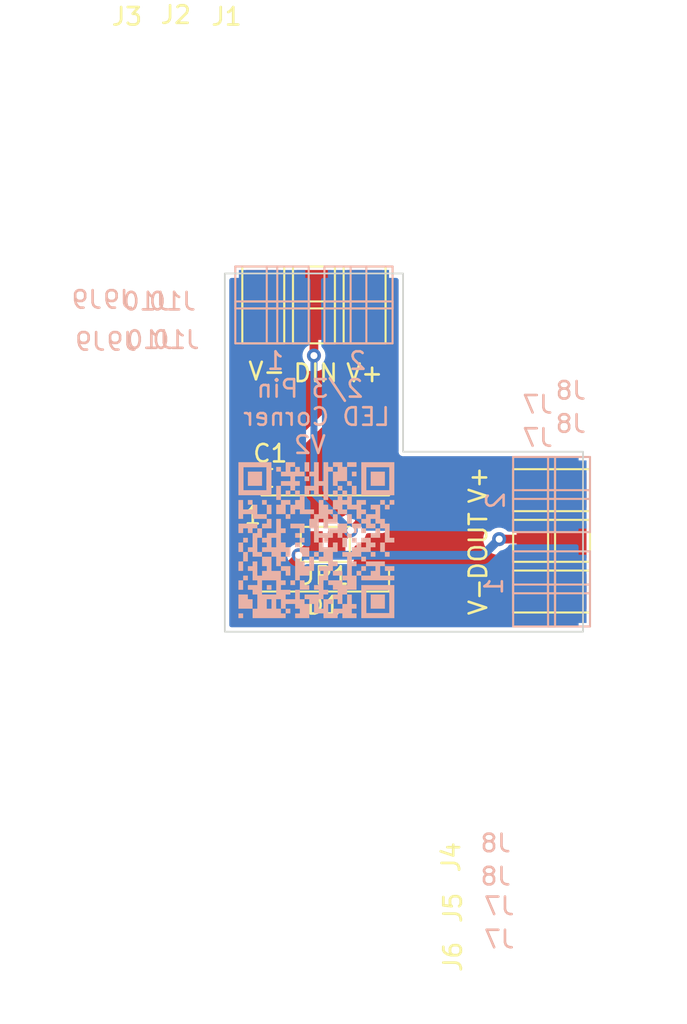
<source format=kicad_pcb>
(kicad_pcb (version 20211014) (generator pcbnew)
  (layers (0 "F.Cu" signal) (31 "B.Cu" signal) (34 "B.Paste" user) (35 "F.Paste" user) (36 "B.SilkS" user "B.Silkscreen") (37 "F.SilkS" user "F.Silkscreen") (38 "B.Mask" user) (39 "F.Mask" user) (44 "Edge.Cuts" user))
  (net 0 "")
  (net 1 "GND")
  (net 2 "Net-(D1-Pad4)")
  (net 3 "Net-(D1-Pad2)")
  (net 4 "VCC")
  (net 5 "/2pin1")
  (net 6 "/2pin2")
  (footprint "TestPoint:TestPoint_Pad_2.0x2.0mm" (layer "F.Cu") (at 147.5 105.3 180)
    (fp_text reference "J1" (at 7.9 15.5 180) (layer "F.SilkS"))
    (fp_text value "Conn_01x01_Male")
    (fp_line (start 1.2 -1.2) (end 1.2 1.2) (layer "F.SilkS") (width 0.12))
    (fp_line (start -1.2 -1.2) (end 1.2 -1.2) (layer "F.SilkS") (width 0.12))
    (fp_line (start 1.2 1.2) (end -1.2 1.2) (layer "F.SilkS") (width 0.12))
    (fp_line (start -1.2 1.2) (end -1.2 -1.2) (layer "F.SilkS") (width 0.12))
    (pad "1" smd rect locked (at 0 0 180) (size 2 2) (layers "F.Cu" "F.Mask") (net 4 "VCC"))
  )
  (footprint "LED_SMD:LED_WS2812B_PLCC4_5.0x5.0mm_P3.2mm" (layer "F.Cu") (at 145.25 119.95)
    (fp_text reference "D1" (at -0.1 3.55) (layer "F.SilkS"))
    (fp_text value "WS2812B")
    (fp_text user "1" (at -4.15 -1.6) (layer "F.SilkS"))
    (fp_line (start -3.65 2.75) (end 3.65 2.75) (layer "F.SilkS") (width 0.12))
    (fp_line (start 3.65 2.75) (end 3.65 1.6) (layer "F.SilkS") (width 0.12))
    (fp_line (start -3.65 -2.75) (end 3.65 -2.75) (layer "F.SilkS") (width 0.12))
    (pad "1" smd rect locked (at -2.45 -1.6) (size 1.5 1) (layers "F.Cu" "F.Paste" "F.Mask") (net 4 "VCC"))
    (pad "2" smd rect locked (at -2.45 1.6) (size 1.5 1) (layers "F.Cu" "F.Paste" "F.Mask") (net 3 "Net-(D1-Pad2)"))
    (pad "3" smd rect locked (at 2.45 1.6) (size 1.5 1) (layers "F.Cu" "F.Paste" "F.Mask") (net 1 "GND"))
    (pad "4" smd rect locked (at 2.45 -1.6) (size 1.5 1) (layers "F.Cu" "F.Paste" "F.Mask") (net 2 "Net-(D1-Pad4)"))
  )
  (footprint "TestPoint:TestPoint_Pad_2.0x2.0mm" (layer "F.Cu") (at 159.2 122.7 90)
    (fp_text reference "J6" (at -20.9 -6.65 90) (layer "F.SilkS"))
    (fp_text value "Conn_01x01_Male")
    (fp_line (start 1.2 1.2) (end -1.2 1.2) (layer "F.SilkS") (width 0.12))
    (fp_line (start -1.2 1.2) (end -1.2 -1.2) (layer "F.SilkS") (width 0.12))
    (fp_line (start 1.2 -1.2) (end 1.2 1.2) (layer "F.SilkS") (width 0.12))
    (fp_line (start -1.2 -1.2) (end 1.2 -1.2) (layer "F.SilkS") (width 0.12))
    (pad "1" smd rect locked (at 0 0 90) (size 2 2) (layers "F.Cu" "F.Mask") (net 1 "GND"))
  )
  (footprint "TestPoint:TestPoint_Pad_2.0x2.0mm" (layer "F.Cu") (at 144.6 105.3 180)
    (fp_text reference "J2" (at 7.9 15.6 180) (layer "F.SilkS"))
    (fp_text value "Conn_01x01_Male")
    (fp_line (start -1.2 -1.2) (end 1.2 -1.2) (layer "F.SilkS") (width 0.12))
    (fp_line (start 1.2 1.2) (end -1.2 1.2) (layer "F.SilkS") (width 0.12))
    (fp_line (start -1.2 1.2) (end -1.2 -1.2) (layer "F.SilkS") (width 0.12))
    (fp_line (start 1.2 -1.2) (end 1.2 1.2) (layer "F.SilkS") (width 0.12))
    (pad "1" smd rect locked (at 0 0 180) (size 2 2) (layers "F.Cu" "F.Mask") (net 2 "Net-(D1-Pad4)"))
  )
  (footprint "TestPoint:TestPoint_Pad_2.0x2.0mm" (layer "F.Cu") (at 157.2 122.7 90)
    (fp_text reference "J6" (at -20.9 -4.65 90) (layer "F.SilkS"))
    (fp_text value "Conn_01x01_Male")
    (fp_line (start -1.2 1.2) (end -1.2 -1.2) (layer "F.SilkS") (width 0.12))
    (fp_line (start 1.2 1.2) (end -1.2 1.2) (layer "F.SilkS") (width 0.12))
    (fp_line (start 1.2 -1.2) (end 1.2 1.2) (layer "F.SilkS") (width 0.12))
    (fp_line (start -1.2 -1.2) (end 1.2 -1.2) (layer "F.SilkS") (width 0.12))
    (pad "1" smd rect locked (at 0 0 90) (size 2 2) (layers "F.Cu" "F.Mask") (net 1 "GND"))
  )
  (footprint "TestPoint:TestPoint_Pad_2.0x2.0mm" (layer "F.Cu") (at 141.7 107.3 180)
    (fp_text reference "J3" (at 7.8 17.5 180) (layer "F.SilkS"))
    (fp_text value "Conn_01x01_Male")
    (fp_line (start 1.2 1.2) (end -1.2 1.2) (layer "F.SilkS") (width 0.12))
    (fp_line (start -1.2 1.2) (end -1.2 -1.2) (layer "F.SilkS") (width 0.12))
    (fp_line (start 1.2 -1.2) (end 1.2 1.2) (layer "F.SilkS") (width 0.12))
    (fp_line (start -1.2 -1.2) (end 1.2 -1.2) (layer "F.SilkS") (width 0.12))
    (pad "1" smd rect locked (at 0 0 180) (size 2 2) (layers "F.Cu" "F.Mask") (net 1 "GND"))
  )
  (footprint "TestPoint:TestPoint_Pad_2.0x2.0mm" (layer "F.Cu") (at 144.6 107.3 180)
    (fp_text reference "J2" (at 7.9 17.6 180) (layer "F.SilkS"))
    (fp_text value "Conn_01x01_Male")
    (fp_line (start 1.2 1.2) (end -1.2 1.2) (layer "F.SilkS") (width 0.12))
    (fp_line (start 1.2 -1.2) (end 1.2 1.2) (layer "F.SilkS") (width 0.12))
    (fp_line (start -1.2 1.2) (end -1.2 -1.2) (layer "F.SilkS") (width 0.12))
    (fp_line (start -1.2 -1.2) (end 1.2 -1.2) (layer "F.SilkS") (width 0.12))
    (pad "1" smd rect locked (at 0 0 180) (size 2 2) (layers "F.Cu" "F.Mask") (net 2 "Net-(D1-Pad4)"))
  )
  (footprint "TestPoint:TestPoint_Pad_2.0x2.0mm" (layer "F.Cu") (at 147.5 107.3 180)
    (fp_text reference "J1" (at 7.9 17.5 180) (layer "F.SilkS"))
    (fp_text value "Conn_01x01_Male")
    (fp_line (start -1.2 -1.2) (end 1.2 -1.2) (layer "F.SilkS") (width 0.12))
    (fp_line (start -1.2 1.2) (end -1.2 -1.2) (layer "F.SilkS") (width 0.12))
    (fp_line (start 1.2 1.2) (end -1.2 1.2) (layer "F.SilkS") (width 0.12))
    (fp_line (start 1.2 -1.2) (end 1.2 1.2) (layer "F.SilkS") (width 0.12))
    (pad "1" smd rect locked (at 0 0 180) (size 2 2) (layers "F.Cu" "F.Mask") (net 4 "VCC"))
  )
  (footprint "TestPoint:TestPoint_Pad_2.0x2.0mm" (layer "F.Cu") (at 157.2 119.8 90)
    (fp_text reference "J5" (at -21 -4.65 90) (layer "F.SilkS"))
    (fp_text value "Conn_01x01_Male")
    (fp_line (start -1.2 -1.2) (end 1.2 -1.2) (layer "F.SilkS") (width 0.12))
    (fp_line (start 1.2 1.2) (end -1.2 1.2) (layer "F.SilkS") (width 0.12))
    (fp_line (start 1.2 -1.2) (end 1.2 1.2) (layer "F.SilkS") (width 0.12))
    (fp_line (start -1.2 1.2) (end -1.2 -1.2) (layer "F.SilkS") (width 0.12))
    (pad "1" smd rect locked (at 0 0 90) (size 2 2) (layers "F.Cu" "F.Mask") (net 3 "Net-(D1-Pad2)"))
  )
  (footprint "TestPoint:TestPoint_Pad_2.0x2.0mm" (layer "F.Cu") (at 159.2 119.8 90)
    (fp_text reference "J5" (at -21 -6.65 90) (layer "F.SilkS"))
    (fp_text value "Conn_01x01_Male")
    (fp_line (start 1.2 1.2) (end -1.2 1.2) (layer "F.SilkS") (width 0.12))
    (fp_line (start -1.2 1.2) (end -1.2 -1.2) (layer "F.SilkS") (width 0.12))
    (fp_line (start -1.2 -1.2) (end 1.2 -1.2) (layer "F.SilkS") (width 0.12))
    (fp_line (start 1.2 -1.2) (end 1.2 1.2) (layer "F.SilkS") (width 0.12))
    (pad "1" smd rect locked (at 0 0 90) (size 2 2) (layers "F.Cu" "F.Mask") (net 3 "Net-(D1-Pad2)"))
  )
  (footprint "TestPoint:TestPoint_Pad_2.0x2.0mm" (layer "F.Cu") (at 159.2 116.9 90)
    (fp_text reference "J4" (at -21 -6.75 90) (layer "F.SilkS"))
    (fp_text value "Conn_01x01_Male")
    (fp_line (start 1.2 -1.2) (end 1.2 1.2) (layer "F.SilkS") (width 0.12))
    (fp_line (start -1.2 -1.2) (end 1.2 -1.2) (layer "F.SilkS") (width 0.12))
    (fp_line (start -1.2 1.2) (end -1.2 -1.2) (layer "F.SilkS") (width 0.12))
    (fp_line (start 1.2 1.2) (end -1.2 1.2) (layer "F.SilkS") (width 0.12))
    (pad "1" smd rect locked (at 0 0 90) (size 2 2) (layers "F.Cu" "F.Mask") (net 4 "VCC"))
  )
  (footprint "TestPoint:TestPoint_Pad_2.0x2.0mm" (layer "F.Cu") (at 141.7 105.3 180)
    (fp_text reference "J3" (at 7.8 15.5 180) (layer "F.SilkS"))
    (fp_text value "Conn_01x01_Male")
    (fp_line (start 1.2 1.2) (end -1.2 1.2) (layer "F.SilkS") (width 0.12))
    (fp_line (start -1.2 1.2) (end -1.2 -1.2) (layer "F.SilkS") (width 0.12))
    (fp_line (start 1.2 -1.2) (end 1.2 1.2) (layer "F.SilkS") (width 0.12))
    (fp_line (start -1.2 -1.2) (end 1.2 -1.2) (layer "F.SilkS") (width 0.12))
    (pad "1" smd rect locked (at 0 0 180) (size 2 2) (layers "F.Cu" "F.Mask") (net 1 "GND"))
  )
  (footprint "TestPoint:TestPoint_Pad_2.0x2.0mm" (layer "F.Cu") (at 157.2 116.9 90)
    (fp_text reference "J4" (at -21 -4.75 90) (layer "F.SilkS"))
    (fp_text value "Conn_01x01_Male")
    (fp_line (start -1.2 -1.2) (end 1.2 -1.2) (layer "F.SilkS") (width 0.12))
    (fp_line (start 1.2 1.2) (end -1.2 1.2) (layer "F.SilkS") (width 0.12))
    (fp_line (start 1.2 -1.2) (end 1.2 1.2) (layer "F.SilkS") (width 0.12))
    (fp_line (start -1.2 1.2) (end -1.2 -1.2) (layer "F.SilkS") (width 0.12))
    (pad "1" smd rect locked (at 0 0 90) (size 2 2) (layers "F.Cu" "F.Mask") (net 4 "VCC"))
  )
  (footprint "Capacitor_SMD:C_0603_1608Metric" (layer "F.Cu") (at 142.075 116.2 180)
    (fp_text reference "C1" (at -0.025 1.4) (layer "F.SilkS"))
    (fp_text value "C")
    (fp_line (start -0.14058 -0.51) (end 0.14058 -0.51) (layer "F.SilkS") (width 0.12))
    (fp_line (start -0.14058 0.51) (end 0.14058 0.51) (layer "F.SilkS") (width 0.12))
    (pad "1" smd roundrect locked (at -0.775 0 180) (size 0.9 0.95) (layers "F.Cu" "F.Paste" "F.Mask") (net 4 "VCC"))
    (pad "2" smd roundrect locked (at 0.775 0 180) (size 0.9 0.95) (layers "F.Cu" "F.Paste" "F.Mask") (net 1 "GND"))
  )
  (footprint "Jumper:SolderJumper-2_P1.3mm_Open_Pad1.0x1.5mm" (layer "F.Cu") (at 145.25 120 180)
    (fp_text reference "JP1" (at 0 -1.8) (layer "F.SilkS"))
    (fp_text value "Jumper_2_Open")
    (fp_line (start 1.4 -1) (end 1.4 1) (layer "F.SilkS") (width 0.12))
    (fp_line (start -1.4 1) (end -1.4 -1) (layer "F.SilkS") (width 0.12))
    (fp_line (start -1.4 -1) (end 1.4 -1) (layer "F.SilkS") (width 0.12))
    (fp_line (start 1.4 1) (end -1.4 1) (layer "F.SilkS") (width 0.12))
    (pad "1" smd rect locked (at -0.65 0 180) (size 1 1.5) (layers "F.Cu" "F.Mask") (net 2 "Net-(D1-Pad4)"))
    (pad "2" smd rect locked (at 0.65 0 180) (size 1 1.5) (layers "F.Cu" "F.Mask") (net 3 "Net-(D1-Pad2)"))
  )
  (footprint "TestPoint:TestPoint_Pad_2.0x2.0mm" (layer "B.Cu") (at 146.4 105.3 180)
    (fp_text reference "J10" (at 11.4 -0.8) (layer "B.SilkS") (effects (justify mirror)))
    (fp_text value "Conn_01x01_Male")
    (fp_line (start -1.2 1.2) (end 1.2 1.2) (layer "B.SilkS") (width 0.12))
    (fp_line (start 1.2 -1.2) (end -1.2 -1.2) (layer "B.SilkS") (width 0.12))
    (fp_line (start 1.2 1.2) (end 1.2 -1.2) (layer "B.SilkS") (width 0.12))
    (fp_line (start -1.2 -1.2) (end -1.2 1.2) (layer "B.SilkS") (width 0.12))
    (pad "1" smd rect (at 0 0 180) (size 2 2) (layers "B.Cu" "B.Mask") (net 6 "/2pin2"))
  )
  (footprint "TestPoint:TestPoint_Pad_2.0x2.0mm" (layer "B.Cu") (at 147.9 105.3 180)
    (fp_text reference "J10" (at 11.4 -0.8) (layer "B.SilkS") (effects (justify mirror)))
    (fp_text value "Conn_01x01_Male")
    (fp_line (start -1.2 1.2) (end 1.2 1.2) (layer "B.SilkS") (width 0.12))
    (fp_line (start 1.2 -1.2) (end -1.2 -1.2) (layer "B.SilkS") (width 0.12))
    (fp_line (start 1.2 1.2) (end 1.2 -1.2) (layer "B.SilkS") (width 0.12))
    (fp_line (start -1.2 -1.2) (end -1.2 1.2) (layer "B.SilkS") (width 0.12))
    (pad "1" smd rect (at 0 0 180) (size 2 2) (layers "B.Cu" "B.Mask") (net 6 "/2pin2"))
  )
  (footprint "TestPoint:TestPoint_Pad_2.0x2.0mm" (layer "B.Cu") (at 143.1 107.3 180)
    (fp_text reference "J9" (at 9.5 -1.1) (layer "B.SilkS") (effects (justify mirror)))
    (fp_text value "Conn_01x01_Male")
    (fp_line (start -1.2 -1.2) (end -1.2 1.2) (layer "B.SilkS") (width 0.12))
    (fp_line (start 1.2 -1.2) (end -1.2 -1.2) (layer "B.SilkS") (width 0.12))
    (fp_line (start 1.2 1.2) (end 1.2 -1.2) (layer "B.SilkS") (width 0.12))
    (fp_line (start -1.2 1.2) (end 1.2 1.2) (layer "B.SilkS") (width 0.12))
    (pad "1" smd rect (at 0 0 180) (size 2 2) (layers "B.Cu" "B.Mask") (net 5 "/2pin1"))
  )
  (footprint "TestPoint:TestPoint_Pad_2.0x2.0mm" (layer "B.Cu") (at 157.2 116.2 180)
    (fp_text reference "J8" (at 2.2 -20.9) (layer "B.SilkS") (effects (justify mirror)))
    (fp_text value "Conn_01x01_Male")
    (fp_line (start -1.2 -1.2) (end -1.2 1.2) (layer "B.SilkS") (width 0.12))
    (fp_line (start 1.2 -1.2) (end -1.2 -1.2) (layer "B.SilkS") (width 0.12))
    (fp_line (start -1.2 1.2) (end 1.2 1.2) (layer "B.SilkS") (width 0.12))
    (fp_line (start 1.2 1.2) (end 1.2 -1.2) (layer "B.SilkS") (width 0.12))
    (pad "1" smd rect (at 0 0 180) (size 2 2) (layers "B.Cu" "B.Mask") (net 6 "/2pin2"))
  )
  (footprint "TestPoint:TestPoint_Pad_2.0x2.0mm" (layer "B.Cu") (at 146.4 107.3 180)
    (fp_text reference "J10" (at 11.2 -1) (layer "B.SilkS") (effects (justify mirror)))
    (fp_text value "Conn_01x01_Male")
    (fp_line (start -1.2 -1.2) (end -1.2 1.2) (layer "B.SilkS") (width 0.12))
    (fp_line (start -1.2 1.2) (end 1.2 1.2) (layer "B.SilkS") (width 0.12))
    (fp_line (start 1.2 -1.2) (end -1.2 -1.2) (layer "B.SilkS") (width 0.12))
    (fp_line (start 1.2 1.2) (end 1.2 -1.2) (layer "B.SilkS") (width 0.12))
    (pad "1" smd rect (at 0 0 180) (size 2 2) (layers "B.Cu" "B.Mask") (net 6 "/2pin2"))
  )
  (footprint "TestPoint:TestPoint_Pad_2.0x2.0mm" (layer "B.Cu") (at 157.2 121.6 180)
    (fp_text reference "J7" (at 2 -19.1) (layer "B.SilkS") (effects (justify mirror)))
    (fp_text value "Conn_01x01_Male")
    (fp_line (start -1.2 1.2) (end 1.2 1.2) (layer "B.SilkS") (width 0.12))
    (fp_line (start 1.2 -1.2) (end -1.2 -1.2) (layer "B.SilkS") (width 0.12))
    (fp_line (start -1.2 -1.2) (end -1.2 1.2) (layer "B.SilkS") (width 0.12))
    (fp_line (start 1.2 1.2) (end 1.2 -1.2) (layer "B.SilkS") (width 0.12))
    (pad "1" smd rect (at 0 0 180) (size 2 2) (layers "B.Cu" "B.Mask") (net 5 "/2pin1"))
  )
  (footprint "TestPoint:TestPoint_Pad_2.0x2.0mm" (layer "B.Cu") (at 159.2 123.5 180)
    (fp_text reference "J7" (at 1.8 9.6) (layer "B.SilkS") (effects (justify mirror)))
    (fp_text value "Conn_01x01_Male")
    (fp_line (start 1.2 -1.2) (end -1.2 -1.2) (layer "B.SilkS") (width 0.12))
    (fp_line (start -1.2 -1.2) (end -1.2 1.2) (layer "B.SilkS") (width 0.12))
    (fp_line (start -1.2 1.2) (end 1.2 1.2) (layer "B.SilkS") (width 0.12))
    (fp_line (start 1.2 1.2) (end 1.2 -1.2) (layer "B.SilkS") (width 0.12))
    (pad "1" smd rect (at 0 0 180) (size 2 2) (layers "B.Cu" "B.Mask") (net 5 "/2pin1"))
  )
  (footprint "TestPoint:TestPoint_Pad_2.0x2.0mm" (layer "B.Cu") (at 147.9 107.3 180)
    (fp_text reference "J10" (at 11.2 -1) (layer "B.SilkS") (effects (justify mirror)))
    (fp_text value "Conn_01x01_Male")
    (fp_line (start -1.2 -1.2) (end -1.2 1.2) (layer "B.SilkS") (width 0.12))
    (fp_line (start -1.2 1.2) (end 1.2 1.2) (layer "B.SilkS") (width 0.12))
    (fp_line (start 1.2 -1.2) (end -1.2 -1.2) (layer "B.SilkS") (width 0.12))
    (fp_line (start 1.2 1.2) (end 1.2 -1.2) (layer "B.SilkS") (width 0.12))
    (pad "1" smd rect (at 0 0 180) (size 2 2) (layers "B.Cu" "B.Mask") (net 6 "/2pin2"))
  )
  (footprint "TestPoint:TestPoint_Pad_2.0x2.0mm" (layer "B.Cu") (at 159.2 118.1 180)
    (fp_text reference "J8" (at -0.1 5) (layer "B.SilkS") (effects (justify mirror)))
    (fp_text value "Conn_01x01_Male")
    (fp_line (start 1.2 1.2) (end 1.2 -1.2) (layer "B.SilkS") (width 0.12))
    (fp_line (start 1.2 -1.2) (end -1.2 -1.2) (layer "B.SilkS") (width 0.12))
    (fp_line (start -1.2 -1.2) (end -1.2 1.2) (layer "B.SilkS") (width 0.12))
    (fp_line (start -1.2 1.2) (end 1.2 1.2) (layer "B.SilkS") (width 0.12))
    (pad "1" smd rect (at 0 0 180) (size 2 2) (layers "B.Cu" "B.Mask") (net 6 "/2pin2"))
  )
  (footprint "TestPoint:TestPoint_Pad_2.0x2.0mm" (layer "B.Cu") (at 157.2 123.5 180)
    (fp_text reference "J7" (at 2 -19.1) (layer "B.SilkS") (effects (justify mirror)))
    (fp_text value "Conn_01x01_Male")
    (fp_line (start 1.2 1.2) (end 1.2 -1.2) (layer "B.SilkS") (width 0.12))
    (fp_line (start 1.2 -1.2) (end -1.2 -1.2) (layer "B.SilkS") (width 0.12))
    (fp_line (start -1.2 1.2) (end 1.2 1.2) (layer "B.SilkS") (width 0.12))
    (fp_line (start -1.2 -1.2) (end -1.2 1.2) (layer "B.SilkS") (width 0.12))
    (pad "1" smd rect (at 0 0 180) (size 2 2) (layers "B.Cu" "B.Mask") (net 5 "/2pin1"))
  )
  (footprint "TestPoint:TestPoint_Pad_2.0x2.0mm" (layer "B.Cu") (at 141.3 105.3 180)
    (fp_text reference "J9" (at 9.7 -0.7) (layer "B.SilkS") (effects (justify mirror)))
    (fp_text value "Conn_01x01_Male")
    (fp_line (start 1.2 -1.2) (end -1.2 -1.2) (layer "B.SilkS") (width 0.12))
    (fp_line (start -1.2 -1.2) (end -1.2 1.2) (layer "B.SilkS") (width 0.12))
    (fp_line (start 1.2 1.2) (end 1.2 -1.2) (layer "B.SilkS") (width 0.12))
    (fp_line (start -1.2 1.2) (end 1.2 1.2) (layer "B.SilkS") (width 0.12))
    (pad "1" smd rect (at 0 0 180) (size 2 2) (layers "B.Cu" "B.Mask") (net 5 "/2pin1"))
  )
  (footprint "TestPoint:TestPoint_Pad_2.0x2.0mm" (layer "B.Cu") (at 141.3 107.3 180)
    (fp_text reference "J9" (at 9.5 -1.1) (layer "B.SilkS") (effects (justify mirror)))
    (fp_text value "Conn_01x01_Male")
    (fp_line (start -1.2 -1.2) (end -1.2 1.2) (layer "B.SilkS") (width 0.12))
    (fp_line (start 1.2 -1.2) (end -1.2 -1.2) (layer "B.SilkS") (width 0.12))
    (fp_line (start 1.2 1.2) (end 1.2 -1.2) (layer "B.SilkS") (width 0.12))
    (fp_line (start -1.2 1.2) (end 1.2 1.2) (layer "B.SilkS") (width 0.12))
    (pad "1" smd rect (at 0 0 180) (size 2 2) (layers "B.Cu" "B.Mask") (net 5 "/2pin1"))
  )
  (footprint "LOGO" (layer "B.Cu") (at 144.75 119.75 180)
    (fp_text reference "G***" hide)
    (fp_text value "LOGO" hide)
    (fp_poly (pts (xy 4.472564 -1.768223) (xy 4.20213 -1.768223) (xy 4.20213 -1.227355) (xy 4.472564 -1.227355)) (layer "B.SilkS") (width 0) (fill solid))
    (fp_poly (pts (xy -1.476986 2.558722) (xy -1.74742 2.558722) (xy -1.74742 2.829156) (xy -1.476986 2.829156)) (layer "B.SilkS") (width 0) (fill solid))
    (fp_poly (pts (xy -1.74742 4.181326) (xy -2.288288 4.181326) (xy -2.288288 4.45176) (xy -1.74742 4.45176)) (layer "B.SilkS") (width 0) (fill solid))
    (fp_poly (pts (xy -3.640458 -0.686487) (xy -3.910892 -0.686487) (xy -3.910892 -0.145619) (xy -3.640458 -0.145619)) (layer "B.SilkS") (width 0) (fill solid))
    (fp_poly (pts (xy 1.227355 0.124815) (xy 0.956921 0.124815) (xy 0.956921 0.395249) (xy 1.227355 0.395249)) (layer "B.SilkS") (width 0) (fill solid))
    (fp_poly (pts (xy 3.931696 2.017854) (xy 3.661262 2.017854) (xy 3.661262 2.288288) (xy 3.931696 2.288288)) (layer "B.SilkS") (width 0) (fill solid))
    (fp_poly (pts (xy -2.017854 3.640458) (xy -2.288288 3.640458) (xy -2.288288 3.910892) (xy -2.017854 3.910892)) (layer "B.SilkS") (width 0) (fill solid))
    (fp_poly (pts (xy 4.20213 -1.227355) (xy 3.931696 -1.227355) (xy 3.931696 -0.686487) (xy 4.20213 -0.686487)) (layer "B.SilkS") (width 0) (fill solid))
    (fp_poly (pts (xy -2.017854 -0.145619) (xy -2.288288 -0.145619) (xy -2.288288 0.124815) (xy -2.017854 0.124815)) (layer "B.SilkS") (width 0) (fill solid))
    (fp_poly (pts (xy -3.910892 -0.956921) (xy -4.181326 -0.956921) (xy -4.181326 -0.686487) (xy -3.910892 -0.686487)) (layer "B.SilkS") (width 0) (fill solid))
    (fp_poly (pts (xy -1.74742 0.936117) (xy -2.017854 0.936117) (xy -2.017854 1.476986) (xy -1.74742 1.476986)) (layer "B.SilkS") (width 0) (fill solid))
    (fp_poly (pts (xy -1.74742 0.124815) (xy -2.017854 0.124815) (xy -2.017854 0.395249) (xy -1.74742 0.395249)) (layer "B.SilkS") (width 0) (fill solid))
    (fp_poly (pts (xy -3.910892 1.74742) (xy -4.181326 1.74742) (xy -4.181326 2.017854) (xy -3.910892 2.017854)) (layer "B.SilkS") (width 0) (fill solid))
    (fp_poly (pts (xy 2.84996 1.476986) (xy 2.579525 1.476986) (xy 2.579525 2.017854) (xy 2.84996 2.017854)) (layer "B.SilkS") (width 0) (fill solid))
    (fp_poly (pts (xy -3.09959 -0.956921) (xy -3.370024 -0.956921) (xy -3.370024 -0.686487) (xy -3.09959 -0.686487)) (layer "B.SilkS") (width 0) (fill solid))
    (fp_poly (pts (xy 4.472564 -2.84996) (xy 4.20213 -2.84996) (xy 4.20213 -2.309091) (xy 4.472564 -2.309091)) (layer "B.SilkS") (width 0) (fill solid))
    (fp_poly (pts (xy -3.640458 2.017854) (xy -3.910892 2.017854) (xy -3.910892 2.288288) (xy -3.640458 2.288288)) (layer "B.SilkS") (width 0) (fill solid))
    (fp_poly (pts (xy 1.227355 -0.416053) (xy 0.956921 -0.416053) (xy 0.956921 -0.145619) (xy 1.227355 -0.145619)) (layer "B.SilkS") (width 0) (fill solid))
    (fp_poly (pts (xy 4.472564 -4.472564) (xy 4.20213 -4.472564) (xy 4.20213 -4.20213) (xy 4.472564 -4.20213)) (layer "B.SilkS") (width 0) (fill solid))
    (fp_poly (pts (xy 1.497789 0.665683) (xy 0.956921 0.665683) (xy 0.956921 0.395249) (xy 0.686487 0.395249) (xy 0.686487 0.936117) (xy 1.497789 0.936117)) (layer "B.SilkS") (width 0) (fill solid))
    (fp_poly (pts (xy 4.472564 2.558722) (xy 2.579525 2.558722) (xy 2.579525 2.849959) (xy 2.870762 2.849959) (xy 4.181327 2.849959) (xy 4.181327 4.160524) (xy 2.870762 4.160524) (xy 2.870762 2.849959) (xy 2.579525 2.849959) (xy 2.579525 4.45176) (xy 4.472564 4.45176)) (layer "B.SilkS") (width 0) (fill solid))
    (fp_poly (pts (xy 1.768223 2.558722) (xy 1.497789 2.558722) (xy 1.497789 2.829156) (xy 1.768223 2.829156)) (layer "B.SilkS") (width 0) (fill solid))
    (fp_poly (pts (xy -2.558722 -1.768223) (xy -2.829156 -1.768223) (xy -2.829156 -1.497789) (xy -2.558722 -1.497789)) (layer "B.SilkS") (width 0) (fill solid))
    (fp_poly (pts (xy -1.206552 2.829156) (xy -1.476986 2.829156) (xy -1.476986 3.09959) (xy -1.206552 3.09959)) (layer "B.SilkS") (width 0) (fill solid))
    (fp_poly (pts (xy 4.472564 -3.931696) (xy 3.661262 -3.931696) (xy 3.661262 -3.390828) (xy 3.931696 -3.390828) (xy 3.931696 -3.120394) (xy 4.472564 -3.120394)) (layer "B.SilkS") (width 0) (fill solid))
    (fp_poly (pts (xy 1.497789 -2.579525) (xy 1.227355 -2.579525) (xy 1.227355 -2.309091) (xy 1.497789 -2.309091)) (layer "B.SilkS") (width 0) (fill solid))
    (fp_poly (pts (xy -0.936117 2.558722) (xy -1.206552 2.558722) (xy -1.206552 2.829156) (xy -0.936117 2.829156)) (layer "B.SilkS") (width 0) (fill solid))
    (fp_poly (pts (xy 4.472564 1.206552) (xy 4.20213 1.206552) (xy 4.20213 1.476986) (xy 3.661262 1.476986) (xy 3.661262 1.206552) (xy 2.84996 1.206552) (xy 2.84996 1.476986) (xy 3.390828 1.476986) (xy 3.390828 2.017854) (xy 3.661262 2.017854) (xy 3.661262 1.74742) (xy 4.20213 1.74742) (xy 4.20213 2.288288) (xy 4.472564 2.288288)) (layer "B.SilkS") (width 0) (fill solid))
    (fp_poly (pts (xy -0.936117 -2.038657) (xy -1.476986 -2.038657) (xy -1.476986 -1.768223) (xy -0.936117 -1.768223)) (layer "B.SilkS") (width 0) (fill solid))
    (fp_poly (pts (xy -2.558722 -4.472564) (xy -4.45176 -4.472564) (xy -4.45176 -4.181327) (xy -4.160524 -4.181327) (xy -2.849959 -4.181327) (xy -2.849959 -2.870762) (xy -4.160524 -2.870762) (xy -4.160524 -4.181327) (xy -4.45176 -4.181327) (xy -4.45176 -2.579525) (xy -2.558722 -2.579525)) (layer "B.SilkS") (width 0) (fill solid))
    (fp_poly (pts (xy 1.227355 2.558722) (xy 0.956921 2.558722) (xy 0.956921 2.829156) (xy 1.227355 2.829156)) (layer "B.SilkS") (width 0) (fill solid))
    (fp_poly (pts (xy 2.84996 0.936117) (xy 3.120394 0.936117) (xy 3.120394 0.665683) (xy 2.579525 0.665683) (xy 2.579525 1.206552) (xy 2.84996 1.206552)) (layer "B.SilkS") (width 0) (fill solid))
    (fp_poly (pts (xy 4.20213 -0.145619) (xy 3.931696 -0.145619) (xy 3.931696 0.124815) (xy 4.20213 0.124815)) (layer "B.SilkS") (width 0) (fill solid))
    (fp_poly (pts (xy -3.09959 3.09959) (xy -3.910892 3.09959) (xy -3.910892 3.910892) (xy -3.09959 3.910892)) (layer "B.SilkS") (width 0) (fill solid))
    (fp_poly (pts (xy -3.910892 -1.768223) (xy -4.45176 -1.768223) (xy -4.45176 -1.497789) (xy -3.910892 -1.497789)) (layer "B.SilkS") (width 0) (fill solid))
    (fp_poly (pts (xy 3.931696 3.09959) (xy 3.120394 3.09959) (xy 3.120394 3.910892) (xy 3.931696 3.910892)) (layer "B.SilkS") (width 0) (fill solid))
    (fp_poly (pts (xy -4.181326 2.017854) (xy -4.45176 2.017854) (xy -4.45176 2.288288) (xy -4.181326 2.288288)) (layer "B.SilkS") (width 0) (fill solid))
    (fp_poly (pts (xy 0.956921 -0.145619) (xy 0.686487 -0.145619) (xy 0.686487 0.124815) (xy 0.956921 0.124815)) (layer "B.SilkS") (width 0) (fill solid))
    (fp_poly (pts (xy 0.145619 -0.686487) (xy 0.145619 -0.956921) (xy 0.416053 -0.956921) (xy 0.416053 -0.416053) (xy 0.956921 -0.416053) (xy 0.956921 -0.686487) (xy 1.227355 -0.686487) (xy 1.227355 -2.309091) (xy 0.956921 -2.309091) (xy 0.956921 -2.84996) (xy 1.227355 -2.84996) (xy 1.227355 -3.390828) (xy 1.768223 -3.390828) (xy 1.768223 -3.120394) (xy 2.309091 -3.120394) (xy 3.120394 -3.120394) (xy 3.120394 -2.309091) (xy 2.309091 -2.309091) (xy 2.309091 -3.120394) (xy 1.768223 -3.120394) (xy 1.497789 -3.120394) (xy 1.497789 -2.84996) (xy 2.038657 -2.84996) (xy 2.038657 -2.579525) (xy 1.768223 -2.579525) (xy 1.768223 -2.309091) (xy 2.038657 -2.309091) (xy 2.038657 -1.768223) (xy 2.579525 -1.768223) (xy 2.579525 -0.956921) (xy 3.120394 -0.956921) (xy 3.120394 -0.686487) (xy 2.579525 -0.686487) (xy 2.579525 -0.956921) (xy 2.309091 -0.956921) (xy 2.309091 -1.497789) (xy 2.038657 -1.497789) (xy 2.038657 -1.768223) (xy 1.768223 -1.768223) (xy 1.768223 -2.038657) (xy 1.497789 -2.038657) (xy 1.497789 -1.497789) (xy 2.038657 -1.497789) (xy 2.038657 -1.227355) (xy 1.768223 -1.227355) (xy 1.768223 -0.956921) (xy 2.038657 -0.956921) (xy 2.038657 -0.686487) (xy 1.768223 -0.686487) (xy 1.768223 -0.956921) (xy 1.497789 -0.956921) (xy 1.497789 -0.416053) (xy 1.768223 -0.416053) (xy 2.309091 -0.416053) (xy 2.579525 -0.416053) (xy 2.84996 -0.416053) (xy 3.120394 -0.416053) (xy 3.120394 -0.686487) (xy 3.390828 -0.686487) (xy 3.390828 0.124815) (xy 3.120394 0.124815) (xy 3.120394 -0.145619) (xy 2.84996 -0.145619) (xy 2.84996 -0.416053) (xy 2.579525 -0.416053) (xy 2.579525 0.124815) (xy 2.309091 0.124815) (xy 2.309091 -0.416053) (xy 1.768223 -0.416053) (xy 1.768223 -0.145619) (xy 2.038657 -0.145619) (xy 2.038657 0.395249) (xy 1.768223 0.395249) (xy 1.768223 0.665683) (xy 2.038657 0.665683) (xy 2.038657 1.206552) (xy 2.309091 1.206552) (xy 2.309091 0.395249) (xy 2.84996 0.395249) (xy 2.84996 0.124815) (xy 3.120394 0.124815) (xy 3.120394 0.395249) (xy 3.390828 0.395249) (xy 3.661262 0.395249) (xy 3.661262 0.665683) (xy 3.390828 0.665683) (xy 3.390828 0.395249) (xy 3.120394 0.395249) (xy 3.120394 0.665683) (xy 3.390828 0.665683) (xy 3.390828 0.936117) (xy 4.472564 0.936117) (xy 4.472564 0.395249) (xy 4.20213 0.395249) (xy 4.20213 0.665683) (xy 3.931696 0.665683) (xy 3.931696 0.395249) (xy 3.661262 0.395249) (xy 3.661262 -0.416053) (xy 3.931696 -0.416053) (xy 3.931696 -0.686487) (xy 3.661262 -0.686487) (xy 3.661262 -0.956921) (xy 3.120394 -0.956921) (xy 3.120394 -1.497789) (xy 2.84996 -1.497789) (xy 2.84996 -1.768223) (xy 3.120394 -1.768223) (xy 3.120394 -2.038657) (xy 3.390828 -2.038657) (xy 3.390828 -1.227355) (xy 3.661262 -1.227355) (xy 3.661262 -1.497789) (xy 3.931696 -1.497789) (xy 3.931696 -1.768223) (xy 3.661262 -1.768223) (xy 3.661262 -2.309091) (xy 3.390828 -2.309091) (xy 3.390828 -2.579525) (xy 3.931696 -2.579525) (xy 3.931696 -2.84996) (xy 3.661262 -2.84996) (xy 3.661262 -3.120394) (xy 3.390828 -3.120394) (xy 3.390828 -3.931696) (xy 3.661262 -3.931696) (xy 3.661262 -4.472564) (xy 1.768223 -4.472564) (xy 1.768223 -4.20213) (xy 2.038657 -4.20213) (xy 2.038657 -3.931696) (xy 2.309091 -3.931696) (xy 2.579525 -3.931696) (xy 2.84996 -3.931696) (xy 2.84996 -3.390828) (xy 2.579525 -3.390828) (xy 2.579525 -3.931696) (xy 2.309091 -3.931696) (xy 2.309091 -3.390828) (xy 2.038657 -3.390828) (xy 2.038657 -3.931696) (xy 1.768223 -3.931696) (xy 1.768223 -4.20213) (xy 1.497789 -4.20213) (xy 1.497789 -3.931696) (xy 1.768223 -3.931696) (xy 1.768223 -3.661262) (xy 1.227355 -3.661262) (xy 1.227355 -3.931696) (xy 0.956921 -3.931696) (xy 0.956921 -4.20213) (xy 1.227355 -4.20213) (xy 1.227355 -4.472564) (xy 0.416053 -4.472564) (xy 0.416053 -3.661262) (xy 0.686487 -3.661262) (xy 0.686487 -3.390828) (xy 0.416053 -3.390828) (xy 0.416053 -3.661262) (xy 0.145619 -3.661262) (xy 0.145619 -4.20213) (xy -0.395249 -4.20213) (xy -0.395249 -4.472564) (xy -1.206552 -4.472564) (xy -1.206552 -4.20213) (xy -1.476986 -4.20213) (xy -1.476986 -4.472564) (xy -2.288288 -4.472564) (xy -2.288288 -4.20213) (xy -2.017854 -4.20213) (xy -2.017854 -3.931696) (xy -1.476986 -3.931696) (xy -0.936117 -3.931696) (xy -0.936117 -4.20213) (xy -0.665683 -4.20213) (xy -0.665683 -3.931696) (xy -0.395249 -3.931696) (xy -0.124815 -3.931696) (xy -0.124815 -3.390828) (xy -0.395249 -3.390828) (xy -0.395249 -3.931696) (xy -0.665683 -3.931696) (xy -0.665683 -3.661262) (xy -0.936117 -3.661262) (xy -0.936117 -3.390828) (xy -1.206552 -3.390828) (xy -1.206552 -3.661262) (xy -1.476986 -3.661262) (xy -1.476986 -3.931696) (xy -2.017854 -3.931696) (xy -2.288288 -3.931696) (xy -2.288288 -3.661262) (xy -2.017854 -3.661262) (xy -1.74742 -3.661262) (xy -1.476986 -3.661262) (xy -1.476986 -3.120394) (xy -1.206552 -3.120394) (xy -0.936117 -3.120394) (xy -0.936117 -3.390828) (xy -0.395249 -3.390828) (xy -0.395249 -3.120394) (xy -0.665683 -3.120394) (xy -0.665683 -2.84996) (xy -0.395249 -2.84996) (xy -0.395249 -2.309091) (xy -0.665683 -2.309091) (xy -0.665683 -2.579525) (xy -0.936117 -2.579525) (xy -0.936117 -2.84996) (xy -1.206552 -2.84996) (xy -1.206552 -3.120394) (xy -1.476986 -3.120394) (xy -1.74742 -3.120394) (xy -1.74742 -3.661262) (xy -2.017854 -3.661262) (xy -2.017854 -3.120394) (xy -1.74742 -3.120394) (xy -1.74742 -2.84996) (xy -2.288288 -2.84996) (xy -2.288288 -2.579525) (xy -1.74742 -2.579525) (xy -1.476986 -2.579525) (xy -1.476986 -2.309091) (xy -1.74742 -2.309091) (xy -1.74742 -2.579525) (xy -2.288288 -2.579525) (xy -2.288288 -2.038657) (xy -2.558722 -2.038657) (xy -2.558722 -2.309091) (xy -4.45176 -2.309091) (xy -4.45176 -2.038657) (xy -3.640458 -2.038657) (xy -3.640458 -1.768223) (xy -3.370024 -1.768223) (xy -3.09959 -1.768223) (xy -3.09959 -2.038657) (xy -2.558722 -2.038657) (xy -2.558722 -1.768223) (xy -2.288288 -1.768223) (xy -2.288288 -2.038657) (xy -2.017854 -2.038657) (xy -2.017854 -1.497789) (xy -2.288288 -1.497789) (xy -2.288288 -1.227355) (xy -2.017854 -1.227355) (xy -2.017854 -0.956921) (xy -2.558722 -0.956921) (xy -2.558722 -1.227355) (xy -2.829156 -1.227355) (xy -2.829156 -1.497789) (xy -3.370024 -1.497789) (xy -3.370024 -1.768223) (xy -3.640458 -1.768223) (xy -3.640458 -1.497789) (xy -3.910892 -1.497789) (xy -3.910892 -1.227355) (xy -2.829156 -1.227355) (xy -2.829156 -0.956921) (xy -2.558722 -0.956921) (xy -2.558722 -0.686487) (xy -3.09959 -0.686487) (xy -3.09959 -0.416053) (xy -2.829156 -0.416053) (xy -2.558722 -0.416053) (xy -2.558722 -0.145619) (xy -2.829156 -0.145619) (xy -2.829156 -0.416053) (xy -3.09959 -0.416053) (xy -3.370024 -0.416053) (xy -3.370024 -0.145619) (xy -3.09959 -0.145619) (xy -3.09959 0.124815) (xy -3.640458 0.124815) (xy -3.640458 0.395249) (xy -3.370024 0.395249) (xy -3.09959 0.395249) (xy -3.09959 0.124815) (xy -2.558722 0.124815) (xy -2.558722 -0.145619) (xy -2.288288 -0.145619) (xy -2.288288 -0.416053) (xy -2.017854 -0.416053) (xy -2.017854 -0.686487) (xy -1.476986 -0.686487) (xy -1.476986 -0.956921) (xy -1.74742 -0.956921) (xy -1.74742 -2.038657) (xy -1.476986 -2.038657) (xy -1.476986 -2.309091) (xy -0.665683 -2.309091) (xy -0.665683 -1.768223) (xy -0.936117 -1.768223) (xy -0.936117 -1.497789) (xy -0.665683 -1.497789) (xy -0.124815 -1.497789) (xy -0.124815 -1.768223) (xy -0.395249 -1.768223) (xy -0.395249 -2.038657) (xy -0.124815 -2.038657) (xy -0.124815 -2.579525) (xy 0.145619 -2.579525) (xy 0.145619 -2.84996) (xy -0.124815 -2.84996) (xy -0.124815 -3.120394) (xy 0.686487 -3.120394) (xy 0.686487 -3.390828) (xy 0.956921 -3.390828) (xy 0.956921 -2.84996) (xy 0.416053 -2.84996) (xy 0.416053 -2.579525) (xy 0.686487 -2.579525) (xy 0.686487 -2.309091) (xy 0.956921 -2.309091) (xy 0.956921 -2.038657) (xy 0.416053 -2.038657) (xy 0.416053 -1.768223) (xy 0.145619 -1.768223) (xy 0.145619 -1.497789) (xy 0.416053 -1.497789) (xy 0.686487 -1.497789) (xy 0.686487 -1.227355) (xy 0.956921 -1.227355) (xy 0.956921 -0.956921) (xy 0.416053 -0.956921) (xy 0.416053 -1.497789) (xy 0.145619 -1.497789) (xy 0.145619 -0.956921) (xy -0.124815 -0.956921) (xy -0.124815 -1.227355) (xy -0.665683 -1.227355) (xy -0.665683 -1.497789) (xy -0.936117 -1.497789) (xy -1.206552 -1.497789) (xy -1.206552 -1.227355) (xy -0.936117 -1.227355) (xy -0.936117 -0.956921) (xy -0.395249 -0.956921) (xy -0.124815 -0.956921) (xy -0.124815 -0.686487) (xy -0.395249 -0.686487) (xy -0.395249 -0.956921) (xy -0.936117 -0.956921) (xy -0.936117 -0.686487) (xy -1.206552 -0.686487) (xy -1.206552 -0.145619) (xy -0.936117 -0.145619) (xy -0.936117 -0.416053) (xy -0.395249 -0.416053) (xy -0.395249 -0.145619) (xy -0.124815 -0.145619) (xy -0.124815 0.124815) (xy -0.395249 0.124815) (xy -0.395249 -0.145619) (xy -0.665683 -0.145619) (xy -0.665683 0.124815) (xy -0.936117 0.124815) (xy -0.936117 0.395249) (xy -0.665683 0.395249) (xy -0.124815 0.395249) (xy -0.124815 1.206552) (xy -0.395249 1.206552) (xy -0.395249 0.665683) (xy -0.665683 0.665683) (xy -0.665683 0.395249) (xy -0.936117 0.395249) (xy -1.206552 0.395249) (xy -1.206552 0.124815) (xy -1.476986 0.124815) (xy -1.476986 0.395249) (xy -1.74742 0.395249) (xy -1.74742 0.665683) (xy -1.206552 0.665683) (xy -0.665683 0.665683) (xy -0.665683 0.936117) (xy -1.206552 0.936117) (xy -1.206552 0.665683) (xy -1.74742 0.665683) (xy -1.74742 0.936117) (xy -1.206552 0.936117) (xy -1.206552 1.206552) (xy -0.936117 1.206552) (xy -0.665683 1.206552) (xy -0.665683 1.476986) (xy -0.936117 1.476986) (xy -0.936117 1.206552) (xy -1.206552 1.206552) (xy -1.206552 1.476986) (xy -0.936117 1.476986) (xy -0.936117 1.74742) (xy -1.206552 1.74742) (xy -1.206552 1.476986) (xy -1.74742 1.476986) (xy -1.74742 1.74742) (xy -1.476986 1.74742) (xy -1.476986 2.017854) (xy -1.74742 2.017854) (xy -1.74742 1.74742) (xy -2.288288 1.74742) (xy -2.288288 1.206552) (xy -2.558722 1.206552) (xy -2.558722 0.936117) (xy -2.829156 0.936117) (xy -2.829156 0.665683) (xy -3.370024 0.665683) (xy -3.370024 0.395249) (xy -3.640458 0.395249) (xy -3.640458 0.665683) (xy -3.370024 0.665683) (xy -3.370024 0.936117) (xy -3.09959 0.936117) (xy -3.09959 1.206552) (xy -2.829156 1.206552) (xy -2.558722 1.206552) (xy -2.558722 1.476986) (xy -2.829156 1.476986) (xy -2.829156 1.206552) (xy -3.09959 1.206552) (xy -3.370024 1.206552) (xy -3.370024 0.936117) (xy -3.640458 0.936117) (xy -3.640458 0.665683) (xy -3.910892 0.665683) (xy -3.910892 -0.145619) (xy -4.45176 -0.145619) (xy -4.45176 0.124815) (xy -4.181326 0.124815) (xy -4.181326 0.936117) (xy -3.910892 0.936117) (xy -3.910892 1.206552) (xy -3.640458 1.206552) (xy -3.640458 2.017854) (xy -3.09959 2.017854) (xy -3.09959 1.74742) (xy -3.370024 1.74742) (xy -3.370024 1.476986) (xy -2.829156 1.476986) (xy -2.829156 1.74742) (xy -2.558722 1.74742) (xy -2.558722 2.017854) (xy -2.829156 2.017854) (xy -2.829156 2.288288) (xy -2.288288 2.288288) (xy -2.288288 2.017854) (xy -2.017854 2.017854) (xy -2.017854 2.558722) (xy -1.74742 2.558722) (xy -1.74742 2.288288) (xy -1.476986 2.288288) (xy -1.476986 2.558722) (xy -1.206552 2.558722) (xy -1.206552 2.288288) (xy -0.936117 2.288288) (xy -0.936117 1.74742) (xy -0.665683 1.74742) (xy -0.665683 2.017854) (xy -0.395249 2.017854) (xy -0.395249 2.288288) (xy -0.124815 2.288288) (xy -0.124815 1.476986) (xy 0.145619 1.476986) (xy 0.145619 1.74742) (xy 0.686487 1.74742) (xy 0.686487 2.558722) (xy 0.416053 2.558722) (xy 0.416053 2.829156) (xy 0.145619 2.829156) (xy 0.145619 2.558722) (xy -0.124815 2.558722) (xy -0.124815 3.09959) (xy 0.145619 3.09959) (xy 0.686487 3.09959) (xy 0.686487 2.558722) (xy 0.956921 2.558722) (xy 0.956921 2.288288) (xy 1.227355 2.288288) (xy 1.227355 2.017854) (xy 1.497789 2.017854) (xy 1.497789 2.288288) (xy 2.038657 2.288288) (xy 2.038657 3.09959) (xy 1.497789 3.09959) (xy 1.497789 2.829156) (xy 1.227355 2.829156) (xy 1.227355 3.09959) (xy 0.956921 3.09959) (xy 0.956921 3.370024) (xy 1.227355 3.370024) (xy 1.227355 3.640458) (xy 0.686487 3.640458) (xy 0.686487 3.910892) (xy 0.416053 3.910892) (xy 0.416053 3.640458) (xy 0.145619 3.640458) (xy 0.145619 3.09959) (xy -0.124815 3.09959) (xy -0.395249 3.09959) (xy -0.395249 2.288288) (xy -0.665683 2.288288) (xy -0.665683 3.910892) (xy -0.936117 3.910892) (xy -0.936117 3.09959) (xy -1.206552 3.09959) (xy -1.206552 3.370024) (xy -1.74742 3.370024) (xy -1.74742 3.09959) (xy -2.017854 3.09959) (xy -2.017854 2.558722) (xy -2.288288 2.558722) (xy -2.288288 3.09959) (xy -2.017854 3.09959) (xy -2.017854 3.370024) (xy -1.74742 3.370024) (xy -1.74742 3.910892) (xy -1.206552 3.910892) (xy -0.936117 3.910892) (xy -0.936117 4.181326) (xy -1.206552 4.181326) (xy -1.206552 3.910892) (xy -1.74742 3.910892) (xy -1.74742 4.181326) (xy -1.476986 4.181326) (xy -1.476986 4.45176) (xy -0.936117 4.45176) (xy -0.936117 4.181326) (xy -0.665683 4.181326) (xy -0.665683 4.45176) (xy -0.395249 4.45176) (xy -0.395249 3.370024) (xy -0.124815 3.370024) (xy -0.124815 4.45176) (xy 0.145619 4.45176) (xy 0.145619 3.910892) (xy 0.416053 3.910892) (xy 0.416053 4.45176) (xy 0.686487 4.45176) (xy 0.686487 3.910892) (xy 0.956921 3.910892) (xy 1.227355 3.910892) (xy 1.497789 3.910892) (xy 1.497789 4.181326) (xy 1.227355 4.181326) (xy 1.227355 3.910892) (xy 0.956921 3.910892) (xy 0.956921 4.181326) (xy 1.227355 4.181326) (xy 1.227355 4.45176) (xy 1.768223 4.45176) (xy 1.768223 3.910892) (xy 2.038657 3.910892) (xy 2.038657 3.640458) (xy 1.497789 3.640458) (xy 1.497789 3.370024) (xy 2.038657 3.370024) (xy 2.038657 3.09959) (xy 2.309091 3.09959) (xy 2.309091 2.288288) (xy 2.038657 2.288288) (xy 2.038657 2.017854) (xy 2.309091 2.017854) (xy 2.309091 1.476986) (xy 1.768223 1.476986) (xy 1.768223 1.206552) (xy 1.497789 1.206552) (xy 1.497789 1.476986) (xy 1.768223 1.476986) (xy 1.768223 2.017854) (xy 1.497789 2.017854) (xy 1.497789 1.476986) (xy 1.227355 1.476986) (xy 1.227355 1.74742) (xy 0.956921 1.74742) (xy 0.956921 1.476986) (xy 0.145619 1.476986) (xy 0.145619 1.206552) (xy 0.416053 1.206552) (xy 0.416053 0.665683) (xy 0.145619 0.665683) (xy 0.145619 -0.145619) (xy -0.124815 -0.145619) (xy -0.124815 -0.686487)) (layer "B.SilkS") (width 0) (fill solid))
    (fp_poly (pts (xy 4.20213 -2.309091) (xy 3.931696 -2.309091) (xy 3.931696 -2.038657) (xy 4.20213 -2.038657)) (layer "B.SilkS") (width 0) (fill solid))
    (fp_poly (pts (xy 4.472564 -0.686487) (xy 4.20213 -0.686487) (xy 4.20213 -0.145619) (xy 4.472564 -0.145619)) (layer "B.SilkS") (width 0) (fill solid))
    (fp_poly (pts (xy 3.120394 2.017854) (xy 2.84996 2.017854) (xy 2.84996 2.288288) (xy 3.120394 2.288288)) (layer "B.SilkS") (width 0) (fill solid))
    (fp_poly (pts (xy -1.476986 -0.416053) (xy -1.74742 -0.416053) (xy -1.74742 0.124815) (xy -1.476986 0.124815)) (layer "B.SilkS") (width 0) (fill solid))
    (fp_poly (pts (xy -3.09959 -3.931696) (xy -3.910892 -3.931696) (xy -3.910892 -3.120394) (xy -3.09959 -3.120394)) (layer "B.SilkS") (width 0) (fill solid))
    (fp_poly (pts (xy -2.558722 0.395249) (xy -2.829156 0.395249) (xy -2.829156 0.665683) (xy -2.558722 0.665683)) (layer "B.SilkS") (width 0) (fill solid))
    (fp_poly (pts (xy 2.309091 3.910892) (xy 2.038657 3.910892) (xy 2.038657 4.181326) (xy 2.309091 4.181326)) (layer "B.SilkS") (width 0) (fill solid))
    (fp_poly (pts (xy 2.84996 -2.84996) (xy 2.579525 -2.84996) (xy 2.579525 -2.579525) (xy 2.84996 -2.579525)) (layer "B.SilkS") (width 0) (fill solid))
    (fp_poly (pts (xy 0.686487 3.370024) (xy 0.416053 3.370024) (xy 0.416053 3.640458) (xy 0.686487 3.640458)) (layer "B.SilkS") (width 0) (fill solid))
    (fp_poly (pts (xy -2.558722 2.558722) (xy -4.45176 2.558722) (xy -4.45176 2.849959) (xy -4.160524 2.849959) (xy -2.849959 2.849959) (xy -2.849959 4.160524) (xy -4.160524 4.160524) (xy -4.160524 2.849959) (xy -4.45176 2.849959) (xy -4.45176 4.45176) (xy -2.558722 4.45176)) (layer "B.SilkS") (width 0) (fill solid))
    (fp_poly (pts (xy -2.558722 0.936117) (xy -2.017854 0.936117) (xy -2.017854 0.395249) (xy -2.288288 0.395249) (xy -2.288288 0.665683) (xy -2.558722 0.665683)) (layer "B.SilkS") (width 0) (fill solid))
  )
  (footprint "TestPoint:TestPoint_Pad_2.0x2.0mm" (layer "B.Cu") (at 159.2 121.6 180)
    (fp_text reference "J7" (at 1.8 9.6) (layer "B.SilkS") (effects (justify mirror)))
    (fp_text value "Conn_01x01_Male")
    (fp_line (start -1.2 1.2) (end 1.2 1.2) (layer "B.SilkS") (width 0.12))
    (fp_line (start 1.2 1.2) (end 1.2 -1.2) (layer "B.SilkS") (width 0.12))
    (fp_line (start 1.2 -1.2) (end -1.2 -1.2) (layer "B.SilkS") (width 0.12))
    (fp_line (start -1.2 -1.2) (end -1.2 1.2) (layer "B.SilkS") (width 0.12))
    (pad "1" smd rect (at 0 0 180) (size 2 2) (layers "B.Cu" "B.Mask") (net 5 "/2pin1"))
  )
  (footprint "TestPoint:TestPoint_Pad_2.0x2.0mm" (layer "B.Cu") (at 157.2 118.1 180)
    (fp_text reference "J8" (at 2.2 -20.9) (layer "B.SilkS") (effects (justify mirror)))
    (fp_text value "Conn_01x01_Male")
    (fp_line (start -1.2 -1.2) (end -1.2 1.2) (layer "B.SilkS") (width 0.12))
    (fp_line (start 1.2 -1.2) (end -1.2 -1.2) (layer "B.SilkS") (width 0.12))
    (fp_line (start -1.2 1.2) (end 1.2 1.2) (layer "B.SilkS") (width 0.12))
    (fp_line (start 1.2 1.2) (end 1.2 -1.2) (layer "B.SilkS") (width 0.12))
    (pad "1" smd rect (at 0 0 180) (size 2 2) (layers "B.Cu" "B.Mask") (net 6 "/2pin2"))
  )
  (footprint "TestPoint:TestPoint_Pad_2.0x2.0mm" (layer "B.Cu") (at 159.2 116.2 180)
    (fp_text reference "J8" (at -0.1 5) (layer "B.SilkS") (effects (justify mirror)))
    (fp_text value "Conn_01x01_Male")
    (fp_line (start 1.2 1.2) (end 1.2 -1.2) (layer "B.SilkS") (width 0.12))
    (fp_line (start 1.2 -1.2) (end -1.2 -1.2) (layer "B.SilkS") (width 0.12))
    (fp_line (start -1.2 -1.2) (end -1.2 1.2) (layer "B.SilkS") (width 0.12))
    (fp_line (start -1.2 1.2) (end 1.2 1.2) (layer "B.SilkS") (width 0.12))
    (pad "1" smd rect (at 0 0 180) (size 2 2) (layers "B.Cu" "B.Mask") (net 6 "/2pin2"))
  )
  (footprint "TestPoint:TestPoint_Pad_2.0x2.0mm" (layer "B.Cu") (at 143.1 105.3 180)
    (fp_text reference "J9" (at 9.7 -0.7) (layer "B.SilkS") (effects (justify mirror)))
    (fp_text value "Conn_01x01_Male")
    (fp_line (start 1.2 -1.2) (end -1.2 -1.2) (layer "B.SilkS") (width 0.12))
    (fp_line (start -1.2 -1.2) (end -1.2 1.2) (layer "B.SilkS") (width 0.12))
    (fp_line (start 1.2 1.2) (end 1.2 -1.2) (layer "B.SilkS") (width 0.12))
    (fp_line (start -1.2 1.2) (end 1.2 1.2) (layer "B.SilkS") (width 0.12))
    (pad "1" smd rect (at 0 0 180) (size 2 2) (layers "B.Cu" "B.Mask") (net 5 "/2pin1"))
  )
  (gr_poly (pts (xy 149.7 114.7) (xy 160 114.7) (xy 160 125) (xy 139.5 125) (xy 139.5 104.5) (xy 149.7 104.5)) (layer "Edge.Cuts") (width 0.1) (fill none))
  (gr_text "2" (at 147.1 109.5) (layer "B.SilkS") (effects (font (size 1 1)) (justify mirror)))
  (gr_text "1" (at 154.9 122.4 90) (layer "B.SilkS") (effects (font (size 1 1)) (justify mirror)))
  (gr_text "1" (at 142.4 109.5) (layer "B.SilkS") (effects (font (size 1 1)) (justify mirror)))
  (gr_text " 2/3 Pin\nLED Corner\n V2" (at 144.75 112.7) (layer "B.SilkS") (effects (font (size 1 1)) (justify mirror)))
  (gr_text "2" (at 155 117.5 90) (layer "B.SilkS") (effects (font (size 1 1)) (justify mirror)))
  (gr_text "DIN" (at 144.7 110.2) (layer "F.SilkS") (effects (font (size 1 1))))
  (gr_text "V-" (at 154 123 90) (layer "F.SilkS") (effects (font (size 1 1))))
  (gr_text "V+" (at 154 116.6 90) (layer "F.SilkS") (effects (font (size 1 1))))
  (gr_text "V+" (at 147.5 110.2) (layer "F.SilkS") (effects (font (size 1 1))))
  (gr_text "DOUT" (at 154 120.1 90) (layer "F.SilkS") (effects (font (size 1 1))))
  (gr_text "V-" (at 141.9 110.1) (layer "F.SilkS") (effects (font (size 1 1))))
  (segment (start 144.6 109.2) (end 144.6 107.6) (width 0.5) (layer "F.Cu") (net 2))
  (segment (start 147.7 118.35) (end 147.55 118.35) (width 0.4) (layer "F.Cu") (net 2))
  (segment (start 147.55 118.35) (end 146.7 119.2) (width 0.4) (layer "F.Cu") (net 2))
  (segment (start 146.7 119.2) (end 145.9 120) (width 0.4) (layer "F.Cu") (net 2))
  (via (at 144.6 109.2) (size 0.8) (drill 0.4) (layers "F.Cu" "B.Cu") (net 2))
  (via (at 146.7 119.2) (size 0.8) (drill 0.4) (layers "F.Cu" "B.Cu") (net 2))
  (segment (start 144.6 117.1) (end 144.6 109.2) (width 0.4) (layer "B.Cu") (net 2))
  (segment (start 146.7 119.2) (end 144.6 117.1) (width 0.4) (layer "B.Cu") (net 2))
  (segment (start 156.7 119.7) (end 155.2 119.7) (width 0.5) (layer "F.Cu") (net 3))
  (segment (start 144.35 120) (end 143.725 120.625) (width 0.4) (layer "F.Cu") (net 3))
  (segment (start 144.6 120) (end 144.35 120) (width 0.4) (layer "F.Cu") (net 3))
  (segment (start 157.2 120.2) (end 156.7 119.7) (width 0.5) (layer "F.Cu") (net 3))
  (segment (start 143.725 120.625) (end 142.8 121.55) (width 0.4) (layer "F.Cu") (net 3))
  (via (at 143.725 120.625) (size 0.8) (drill 0.4) (layers "F.Cu" "B.Cu") (net 3))
  (via (at 155.2 119.7) (size 0.8) (drill 0.4) (layers "F.Cu" "B.Cu") (net 3))
  (segment (start 155.2 119.7) (end 154.275 120.625) (width 0.5) (layer "B.Cu") (net 3))
  (segment (start 154.275 120.625) (end 143.725 120.625) (width 0.5) (layer "B.Cu") (net 3))
  (zone (net 4) (net_name "VCC") (layer "F.Cu") (priority 1) (connect_pads yes (clearance 0.508)) (min_thickness 0.254) (fill yes (thermal_gap 0.508) (thermal_bridge_width 0.508))
    (polygon (pts (xy 148.5 108.3) (xy 149.7 109.7) (xy 149.7 114.7) (xy 155.4 114.7) (xy 156.5 115.8) (xy 160.1 115.8) (xy 160.2 118) (xy 155.9 118) (xy 155.2 118.3) (xy 148.9 118.3) (xy 148.178173 118.294414) (xy 146.778173 118.394414) (xy 146.7 118.4) (xy 145.1 119.1) (xy 143.6 119.1) (xy 143.5 119.2) (xy 141.6 119.2) (xy 141.6 116.7) (xy 143.1 115.2) (xy 146.5 111.9) (xy 146.5 104.5) (xy 148.5 104.5)))
  )
  (zone (net 1) (net_name "GND") (layer "F.Cu") (connect_pads yes (clearance 0.508)) (min_thickness 0.254) (fill yes (thermal_gap 0.508) (thermal_bridge_width 0.508))
    (polygon (pts (xy 149.7 114.7) (xy 160 114.7) (xy 160 125) (xy 139.5 125) (xy 139.5 104.5) (xy 149.8 104.5)))
  )
  (zone (net 6) (net_name "/2pin2") (layer "B.Cu") (connect_pads yes (clearance 0.254)) (min_thickness 0.254) (fill yes (thermal_gap 0.254) (thermal_bridge_width 0.254))
    (polygon (pts (xy 149.7 114.7) (xy 160 114.7) (xy 160 119.3) (xy 145.1 119.2) (xy 145 104.5) (xy 149.7 104.5)))
  )
  (zone (net 5) (net_name "/2pin1") (layer "B.Cu") (connect_pads yes (clearance 0.254)) (min_thickness 0.254) (fill yes (thermal_gap 0.254) (thermal_bridge_width 0.254))
    (polygon (pts (xy 144.4 120) (xy 160 120) (xy 160 125) (xy 139.5 125) (xy 139.5 104.5) (xy 144.4 104.5)))
  )
)
</source>
